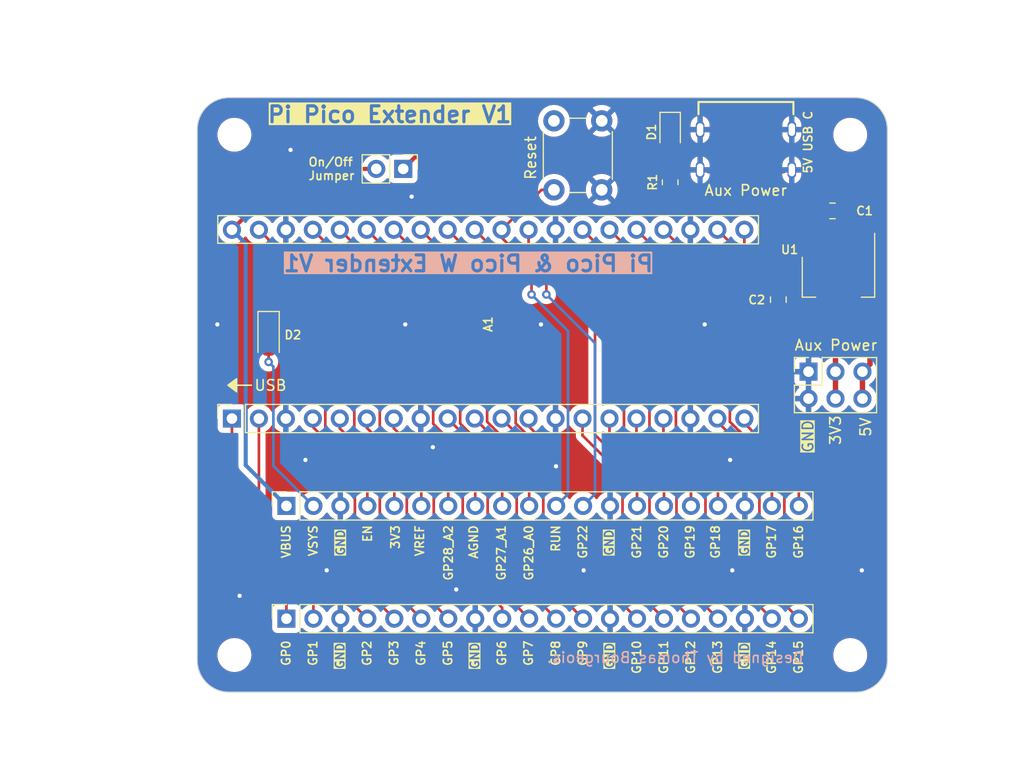
<source format=kicad_pcb>
(kicad_pcb (version 20221018) (generator pcbnew)
  (layers (0 "F.Cu" signal) (31 "B.Cu" signal) (34 "B.Paste" user) (35 "F.Paste" user) (36 "B.SilkS" user "B.Silkscreen") (37 "F.SilkS" user "F.Silkscreen") (38 "B.Mask" user) (39 "F.Mask" user) (44 "Edge.Cuts" user))
  (net 0 "")
  (net 1 "Net-(A1-GPIO0)")
  (net 2 "Net-(A1-GPIO1)")
  (net 3 "GND")
  (net 4 "Net-(A1-GPIO2)")
  (net 5 "Net-(A1-GPIO3)")
  (net 6 "Net-(A1-GPIO4)")
  (net 7 "Net-(A1-GPIO5)")
  (net 8 "Net-(A1-GPIO6)")
  (net 9 "Net-(A1-GPIO7)")
  (net 10 "Net-(A1-GPIO8)")
  (net 11 "Net-(A1-GPIO9)")
  (net 12 "Net-(A1-GPIO10)")
  (net 13 "Net-(A1-GPIO11)")
  (net 14 "Net-(A1-GPIO12)")
  (net 15 "Net-(A1-GPIO13)")
  (net 16 "Net-(A1-GPIO14)")
  (net 17 "Net-(A1-GPIO15)")
  (net 18 "Net-(A1-GPIO16)")
  (net 19 "Net-(A1-GPIO17)")
  (net 20 "Net-(A1-GPIO18)")
  (net 21 "Net-(A1-GPIO19)")
  (net 22 "Net-(A1-GPIO20)")
  (net 23 "Net-(A1-GPIO21)")
  (net 24 "Net-(A1-GPIO22)")
  (net 25 "/run")
  (net 26 "Net-(A1-GPIO26_A0)")
  (net 27 "Net-(A1-GPIO27_A1)")
  (net 28 "Net-(A1-AGND)")
  (net 29 "Net-(A1-GPIO28_A2)")
  (net 30 "Net-(A1-ADC_VREF)")
  (net 31 "/3V3")
  (net 32 "Net-(A1-3V3_EN)")
  (net 33 "Net-(A1-VSYS)")
  (net 34 "VBUS")
  (net 35 "/aux_3V3")
  (net 36 "/aux_5V")
  (net 37 "Net-(D2-A)")
  (net 38 "Net-(D1-A)")
  (net 41 "Net-(J1-VBUS_B)")
  (footprint "LED_SMD:LED_0805_2012Metric_Pad1.15x1.40mm_HandSolder" (layer "F.Cu") (at 163.55 68.525 -90)
    (fp_text reference "D1" (at 0 1.752 90) (layer "F.SilkS") (effects (font (size 0.8 0.8))))
    (fp_text value "LED")
    (fp_line (start -1.86 -0.96) (end -1.86 0.96) (stroke (width 0.12)) (layer "F.SilkS"))
    (fp_line (start -1.86 0.96) (end 1 0.96) (stroke (width 0.12)) (layer "F.SilkS"))
    (fp_line (start 1 -0.96) (end -1.86 -0.96) (stroke (width 0.12)) (layer "F.SilkS"))
    (pad "1" smd roundrect (at -1.025 0 270) (size 1.15 1.4) (layers "F.Cu" "F.Paste" "F.Mask") (roundrect_rratio 0.2173913043) (net 3 "GND"))
    (pad "2" smd roundrect (at 1.025 0 270) (size 1.15 1.4) (layers "F.Cu" "F.Paste" "F.Mask") (roundrect_rratio 0.2173913043) (net 38 "Net-(D1-A)"))
  )
  (footprint "Capacitor_SMD:C_0805_2012Metric_Pad1.18x1.45mm_HandSolder" (layer "F.Cu") (at 173.736 84.3065 -90)
    (fp_text reference "C2" (at 0.0215 2.032 -180) (layer "F.SilkS") (effects (font (size 0.8 0.8))))
    (fp_text value "22uF")
    (fp_line (start -0.261252 -0.735) (end 0.261252 -0.735) (stroke (width 0.12)) (layer "F.SilkS"))
    (fp_line (start -0.261252 0.735) (end 0.261252 0.735) (stroke (width 0.12)) (layer "F.SilkS"))
    (pad "1" smd roundrect (at -1.0375 0 270) (size 1.175 1.45) (layers "F.Cu" "F.Paste" "F.Mask") (roundrect_rratio 0.2127659574) (net 3 "GND"))
    (pad "2" smd roundrect (at 1.0375 0 270) (size 1.175 1.45) (layers "F.Cu" "F.Paste" "F.Mask") (roundrect_rratio 0.2127659574) (net 35 "/aux_3V3"))
  )
  (footprint "Resistor_SMD:R_0805_2012Metric_Pad1.20x1.40mm_HandSolder" (layer "F.Cu") (at 163.55 73.25 90)
    (fp_text reference "R1" (at 0 -1.65 90) (layer "F.SilkS") (effects (font (size 0.8 0.8))))
    (fp_text value "~300")
    (fp_line (start -0.227064 -0.735) (end 0.227064 -0.735) (stroke (width 0.12)) (layer "F.SilkS"))
    (fp_line (start -0.227064 0.735) (end 0.227064 0.735) (stroke (width 0.12)) (layer "F.SilkS"))
    (pad "1" smd roundrect (at -1 0 90) (size 1.2 1.4) (layers "F.Cu" "F.Paste" "F.Mask") (roundrect_rratio 0.2083333333) (net 41 "Net-(J1-VBUS_B)"))
    (pad "2" smd roundrect (at 1 0 90) (size 1.2 1.4) (layers "F.Cu" "F.Paste" "F.Mask") (roundrect_rratio 0.2083333333) (net 38 "Net-(D1-A)"))
  )
  (footprint "0_Thomas_Footprints:RPi_Pico Riser" (layer "F.Cu") (at 146.4056 86.614 90)
    (fp_text reference "A1" (at 0 0 90) (layer "F.SilkS") (effects (font (size 0.8 0.8))))
    (fp_text value "RPi_Pico_Riser")
    (fp_text user "USB" (at -6.35 -22.098 unlocked) (layer "F.SilkS") (effects (justify left bottom)))
    (fp_line (start -10.22 -22.86) (end -10.22 25.46) (stroke (width 0.12)) (layer "F.SilkS"))
    (fp_line (start -10.22 -22.86) (end -7.56 -22.86) (stroke (width 0.12)) (layer "F.SilkS"))
    (fp_line (start -10.22 25.46) (end -7.56 25.46) (stroke (width 0.12)) (layer "F.SilkS"))
    (fp_line (start -8.89 -25.46) (end -7.56 -25.46) (stroke (width 0.12)) (layer "F.SilkS"))
    (fp_line (start -7.56 -25.46) (end -7.56 -24.13) (stroke (width 0.12)) (layer "F.SilkS"))
    (fp_line (start -7.56 -22.86) (end -7.56 25.46) (stroke (width 0.12)) (layer "F.SilkS"))
    (fp_line (start -5.75 -22.298) (end -5.75 -23.698) (stroke (width 0.15)) (layer "F.SilkS"))
    (fp_line (start 7.56 25.46) (end 10.22 25.46) (stroke (width 0.12)) (layer "F.SilkS"))
    (fp_line (start 7.62 -25.46) (end 7.56 25.46) (stroke (width 0.12)) (layer "F.SilkS"))
    (fp_line (start 7.62 -25.46) (end 10.22 -25.46) (stroke (width 0.12)) (layer "F.SilkS"))
    (fp_line (start 10.22 -25.46) (end 10.22 -22.86) (stroke (width 0.12)) (layer "F.SilkS"))
    (fp_line (start 10.22 -22.86) (end 10.22 25.46) (stroke (width 0.12)) (layer "F.SilkS"))
    (fp_poly (pts (xy -5.15 -23.698) (xy -5.75 -24.498) (xy -6.35 -23.698)) (stroke (width 0.15)) (fill solid) (layer "F.SilkS"))
    (pad "1" thru_hole rect (at -8.89 -24.13 90) (size 1.7 1.7) (drill 1) (layers "*.Cu" "*.Mask") (net 1 "Net-(A1-GPIO0)"))
    (pad "2" thru_hole oval (at -8.89 -21.59 90) (size 1.7 1.7) (drill 1) (layers "*.Cu" "*.Mask") (net 2 "Net-(A1-GPIO1)"))
    (pad "3" thru_hole oval (at -8.89 -19.05 90) (size 1.7 1.7) (drill 1) (layers "*.Cu" "*.Mask") (net 3 "GND"))
    (pad "4" thru_hole oval (at -8.89 -16.51 90) (size 1.7 1.7) (drill 1) (layers "*.Cu" "*.Mask") (net 4 "Net-(A1-GPIO2)"))
    (pad "5" thru_hole oval (at -8.89 -13.97 90) (size 1.7 1.7) (drill 1) (layers "*.Cu" "*.Mask") (net 5 "Net-(A1-GPIO3)"))
    (pad "6" thru_hole oval (at -8.89 -11.43 90) (size 1.7 1.7) (drill 1) (layers "*.Cu" "*.Mask") (net 6 "Net-(A1-GPIO4)"))
    (pad "7" thru_hole oval (at -8.89 -8.89 90) (size 1.7 1.7) (drill 1) (layers "*.Cu" "*.Mask") (net 7 "Net-(A1-GPIO5)"))
    (pad "8" thru_hole oval (at -8.89 -6.35 90) (size 1.7 1.7) (drill 1) (layers "*.Cu" "*.Mask") (net 3 "GND"))
    (pad "9" thru_hole oval (at -8.89 -3.81 90) (size 1.7 1.7) (drill 1) (layers "*.Cu" "*.Mask") (net 8 "Net-(A1-GPIO6)"))
    (pad "10" thru_hole oval (at -8.89 -1.27 90) (size 1.7 1.7) (drill 1) (layers "*.Cu" "*.Mask") (net 9 "Net-(A1-GPIO7)"))
    (pad "11" thru_hole oval (at -8.89 1.27 90) (size 1.7 1.7) (drill 1) (layers "*.Cu" "*.Mask") (net 10 "Net-(A1-GPIO8)"))
    (pad "12" thru_hole oval (at -8.89 3.81 90) (size 1.7 1.7) (drill 1) (layers "*.Cu" "*.Mask") (net 11 "Net-(A1-GPIO9)"))
    (pad "13" thru_hole oval (at -8.89 6.35 90) (size 1.7 1.7) (drill 1) (layers "*.Cu" "*.Mask") (net 3 "GND"))
    (pad "14" thru_hole oval (at -8.89 8.89 90) (size 1.7 1.7) (drill 1) (layers "*.Cu" "*.Mask") (net 12 "Net-(A1-GPIO10)"))
    (pad "15" thru_hole oval (at -8.89 11.43 90) (size 1.7 1.7) (drill 1) (layers "*.Cu" "*.Mask") (net 13 "Net-(A1-GPIO11)"))
    (pad "16" thru_hole oval (at -8.89 13.97 90) (size 1.7 1.7) (drill 1) (layers "*.Cu" "*.Mask") (net 14 "Net-(A1-GPIO12)"))
    (pad "17" thru_hole oval (at -8.89 16.51 90) (size 1.7 1.7) (drill 1) (layers "*.Cu" "*.Mask") (net 15 "Net-(A1-GPIO13)"))
    (pad "18" thru_hole oval (at -8.89 19.05 90) (size 1.7 1.7) (drill 1) (layers "*.Cu" "*.Mask") (net 3 "GND"))
    (pad "19" thru_hole oval (at -8.89 21.59 90) (size 1.7 1.7) (drill 1) (layers "*.Cu" "*.Mask") (net 16 "Net-(A1-GPIO14)"))
    (pad "20" thru_hole oval (at -8.89 24.13 90) (size 1.7 1.7) (drill 1) (layers "*.Cu" "*.Mask") (net 17 "Net-(A1-GPIO15)"))
    (pad "21" thru_hole oval (at 8.89 24.13 90) (size 1.7 1.7) (drill 1) (layers "*.Cu" "*.Mask") (net 18 "Net-(A1-GPIO16)"))
    (pad "22" thru_hole oval (at 8.89 21.59 90) (size 1.7 1.7) (drill 1) (layers "*.Cu" "*.Mask") (net 19 "Net-(A1-GPIO17)"))
    (pad "23" thru_hole oval (at 8.89 19.05 90) (size 1.7 1.7) (drill 1) (layers "*.Cu" "*.Mask") (net 3 "GND"))
    (pad "24" thru_hole oval (at 8.89 16.51 90) (size 1.7 1.7) (drill 1) (layers "*.Cu" "*.Mask") (net 20 "Net-(A1-GPIO18)"))
    (pad "25" thru_hole oval (at 8.89 13.97 90) (size 1.7 1.7) (drill 1) (layers "*.Cu" "*.Mask") (net 21 "Net-(A1-GPIO19)"))
    (pad "26" thru_hole oval (at 8.89 11.43 90) (size 1.7 1.7) (drill 1) (layers "*.Cu" "*.Mask") (net 22 "Net-(A1-GPIO20)"))
    (pad "27" thru_hole oval (at 8.89 8.89 90) (size 1.7 1.7) (drill 1) (layers "*.Cu" "*.Mask") (net 23 "Net-(A1-GPIO21)"))
    (pad "28" thru_hole oval (at 8.89 6.35 90) (size 1.7 1.7) (drill 1) (layers "*.Cu" "*.Mask") (net 3 "GND"))
    (pad "29" thru_hole oval (at 8.89 3.81 90) (size 1.7 1.7) (drill 1) (layers "*.Cu" "*.Mask") (net 24 "Net-(A1-GPIO22)"))
    (pad "30" thru_hole oval (at 8.89 1.27 90) (size 1.7 1.7) (drill 1) (layers "*.Cu" "*.Mask") (net 25 "/run"))
    (pad "31" thru_hole oval (at 8.89 -1.27 90) (size 1.7 1.7) (drill 1) (layers "*.Cu" "*.Mask") (net 26 "Net-(A1-GPIO26_A0)"))
    (pad "32" thru_hole oval (at 8.89 -3.81 90) (size 1.7 1.7) (drill 1) (layers "*.Cu" "*.Mask") (net 27 "Net-(A1-GPIO27_A1)"))
    (pad "33" thru_hole oval (at 8.89 -6.35 90) (size 1.7 1.7) (drill 1) (layers "*.Cu" "*.Mask") (net 28 "Net-(A1-AGND)"))
    (pad "34" thru_hole oval (at 8.89 -8.89 90) (size 1.7 1.7) (drill 1) (layers "*.Cu" "*.Mask") (net 29 "Net-(A1-GPIO28_A2)"))
    (pad "35" thru_hole oval (at 8.89 -11.43 90) (size 1.7 1.7) (drill 1) (layers "*.Cu" "*.Mask") (net 30 "Net-(A1-ADC_VREF)"))
    (pad "36" thru_hole oval (at 8.89 -13.97 90) (size 1.7 1.7) (drill 1) (layers "*.Cu" "*.Mask") (net 31 "/3V3"))
    (pad "37" thru_hole oval (at 8.89 -16.51 90) (size 1.7 1.7) (drill 1) (layers "*.Cu" "*.Mask") (net 32 "Net-(A1-3V3_EN)"))
    (pad "38" thru_hole oval (at 8.89 -19.05 90) (size 1.7 1.7) (drill 1) (layers "*.Cu" "*.Mask") (net 3 "GND"))
    (pad "39" thru_hole oval (at 8.89 -21.59 90) (size 1.7 1.7) (drill 1) (layers "*.Cu" "*.Mask") (net 33 "Net-(A1-VSYS)"))
    (pad "40" thru_hole circle (at 8.89 -24.13 90) (size 1.7 1.7) (drill 1) (layers "*.Cu" "*.Mask") (net 34 "VBUS"))
  )
  (footprint "Connector_PinSocket_2.54mm:PinSocket_2x03_P2.54mm_Vertical" (layer "F.Cu") (at 176.5808 91.0844 90)
    (fp_text reference "J3" hide)
    (fp_text value "Conn_02x03_Odd_Even")
    (fp_line (start -3.87 -1.33) (end -3.87 6.41) (stroke (width 0.12)) (layer "F.SilkS"))
    (fp_line (start -3.87 -1.33) (end -1.27 -1.33) (stroke (width 0.12)) (layer "F.SilkS"))
    (fp_line (start -3.87 6.41) (end 1.33 6.41) (stroke (width 0.12)) (layer "F.SilkS"))
    (fp_line (start -1.27 -1.33) (end -1.27 1.27) (stroke (width 0.12)) (layer "F.SilkS"))
    (fp_line (start -1.27 1.27) (end 1.33 1.27) (stroke (width 0.12)) (layer "F.SilkS"))
    (fp_line (start 0 -1.33) (end 1.33 -1.33) (stroke (width 0.12)) (layer "F.SilkS"))
    (fp_line (start 1.33 -1.33) (end 1.33 0) (stroke (width 0.12)) (layer "F.SilkS"))
    (fp_line (start 1.33 1.27) (end 1.33 6.41) (stroke (width 0.12)) (layer "F.SilkS"))
    (pad "1" thru_hole rect (at 0 0 90) (size 1.7 1.7) (drill 1) (layers "*.Cu" "*.Mask") (net 3 "GND"))
    (pad "2" thru_hole oval (at -2.54 0 90) (size 1.7 1.7) (drill 1) (layers "*.Cu" "*.Mask") (net 3 "GND"))
    (pad "3" thru_hole oval (at 0 2.54 90) (size 1.7 1.7) (drill 1) (layers "*.Cu" "*.Mask") (net 35 "/aux_3V3"))
    (pad "4" thru_hole oval (at -2.54 2.54 90) (size 1.7 1.7) (drill 1) (layers "*.Cu" "*.Mask") (net 35 "/aux_3V3"))
    (pad "5" thru_hole oval (at 0 5.08 90) (size 1.7 1.7) (drill 1) (layers "*.Cu" "*.Mask") (net 36 "/aux_5V"))
    (pad "6" thru_hole oval (at -2.54 5.08 90) (size 1.7 1.7) (drill 1) (layers "*.Cu" "*.Mask") (net 36 "/aux_5V"))
  )
  (footprint "MountingHole:MountingHole_2.7mm_M2.5" (layer "F.Cu") (at 180.50932 68.77468)
    (fp_text reference "MH2" hide)
    (fp_text value "MountingHole_2.7mm_M2.5" hide)
    (pad "" np_thru_hole circle (at 0 0) (size 2.7 2.7) (drill 2.7) (layers "F&B.Cu" "*.Mask"))
  )
  (footprint "Connector_PinSocket_2.54mm:PinSocket_1x20_P2.54mm_Vertical" (layer "F.Cu") (at 127.40932 103.7336 90)
    (fp_text reference "J5" hide)
    (fp_text value "Conn_01x20")
    (fp_line (start -1.33 1.27) (end -1.33 49.59) (stroke (width 0.12)) (layer "F.SilkS"))
    (fp_line (start -1.33 1.27) (end 1.33 1.27) (stroke (width 0.12)) (layer "F.SilkS"))
    (fp_line (start -1.33 49.59) (end 1.33 49.59) (stroke (width 0.12)) (layer "F.SilkS"))
    (fp_line (start 0 -1.33) (end 1.33 -1.33) (stroke (width 0.12)) (layer "F.SilkS"))
    (fp_line (start 1.33 -1.33) (end 1.33 0) (stroke (width 0.12)) (layer "F.SilkS"))
    (fp_line (start 1.33 1.27) (end 1.33 49.59) (stroke (width 0.12)) (layer "F.SilkS"))
    (pad "1" thru_hole rect (at 0 0 90) (size 1.7 1.7) (drill 1) (layers "*.Cu" "*.Mask") (net 34 "VBUS"))
    (pad "2" thru_hole oval (at 0 2.54 90) (size 1.7 1.7) (drill 1) (layers "*.Cu" "*.Mask") (net 37 "Net-(D2-A)"))
    (pad "3" thru_hole oval (at 0 5.08 90) (size 1.7 1.7) (drill 1) (layers "*.Cu" "*.Mask") (net 3 "GND"))
    (pad "4" thru_hole oval (at 0 7.62 90) (size 1.7 1.7) (drill 1) (layers "*.Cu" "*.Mask") (net 32 "Net-(A1-3V3_EN)"))
    (pad "5" thru_hole oval (at 0 10.16 90) (size 1.7 1.7) (drill 1) (layers "*.Cu" "*.Mask") (net 31 "/3V3"))
    (pad "6" thru_hole oval (at 0 12.7 90) (size 1.7 1.7) (drill 1) (layers "*.Cu" "*.Mask") (net 30 "Net-(A1-ADC_VREF)"))
    (pad "7" thru_hole oval (at 0 15.24 90) (size 1.7 1.7) (drill 1) (layers "*.Cu" "*.Mask") (net 29 "Net-(A1-GPIO28_A2)"))
    (pad "8" thru_hole oval (at 0 17.78 90) (size 1.7 1.7) (drill 1) (layers "*.Cu" "*.Mask") (net 28 "Net-(A1-AGND)"))
    (pad "9" thru_hole oval (at 0 20.32 90) (size 1.7 1.7) (drill 1) (layers "*.Cu" "*.Mask") (net 27 "Net-(A1-GPIO27_A1)"))
    (pad "10" thru_hole oval (at 0 22.86 90) (size 1.7 1.7) (drill 1) (layers "*.Cu" "*.Mask") (net 26 "Net-(A1-GPIO26_A0)"))
    (pad "11" thru_hole oval (at 0 25.4 90) (size 1.7 1.7) (drill 1) (layers "*.Cu" "*.Mask") (net 25 "/run"))
    (pad "12" thru_hole oval (at 0 27.94 90) (size 1.7 1.7) (drill 1) (layers "*.Cu" "*.Mask") (net 24 "Net-(A1-GPIO22)"))
    (pad "13" thru_hole oval (at 0 30.48 90) (size 1.7 1.7) (drill 1) (layers "*.Cu" "*.Mask") (net 3 "GND"))
    (pad "14" thru_hole oval (at 0 33.02 90) (size 1.7 1.7) (drill 1) (layers "*.Cu" "*.Mask") (net 23 "Net-(A1-GPIO21)"))
    (pad "15" thru_hole oval (at 0 35.56 90) (size 1.7 1.7) (drill 1) (layers "*.Cu" "*.Mask") (net 22 "Net-(A1-GPIO20)"))
    (pad "16" thru_hole oval (at 0 38.1 90) (size 1.7 1.7) (drill 1) (layers "*.Cu" "*.Mask") (net 21 "Net-(A1-GPIO19)"))
    (pad "17" thru_hole oval (at 0 40.64 90) (size 1.7 1.7) (drill 1) (layers "*.Cu" "*.Mask") (net 20 "Net-(A1-GPIO18)"))
    (pad "18" thru_hole oval (at 0 43.18 90) (size 1.7 1.7) (drill 1) (layers "*.Cu" "*.Mask") (net 3 "GND"))
    (pad "19" thru_hole oval (at 0 45.72 90) (size 1.7 1.7) (drill 1) (layers "*.Cu" "*.Mask") (net 19 "Net-(A1-GPIO17)"))
    (pad "20" thru_hole oval (at 0 48.26 90) (size 1.7 1.7) (drill 1) (layers "*.Cu" "*.Mask") (net 18 "Net-(A1-GPIO16)"))
  )
  (footprint "MountingHole:MountingHole_2.7mm_M2.5" (layer "F.Cu") (at 122.50932 117.77468)
    (fp_text reference "MH3" hide)
    (fp_text value "MountingHole_2.7mm_M2.5" hide)
    (pad "" np_thru_hole circle (at 0 0) (size 2.7 2.7) (drill 2.7) (layers "F&B.Cu" "*.Mask"))
  )
  (footprint "Diode_SMD:D_SOD-123F" (layer "F.Cu") (at 125.73 87.63 -90)
    (fp_text reference "D2" (at 0 -2.286 -180) (layer "F.SilkS") (effects (font (size 0.8 0.8))))
    (fp_text value "D_Schottky, 20V 2A")
    (fp_line (start -2.21 -1) (end -2.21 1) (stroke (width 0.12)) (layer "F.SilkS"))
    (fp_line (start -2.21 -1) (end 1.65 -1) (stroke (width 0.12)) (layer "F.SilkS"))
    (fp_line (start -2.21 1) (end 1.65 1) (stroke (width 0.12)) (layer "F.SilkS"))
    (pad "1" smd roundrect (at -1.4 0 270) (size 1.1 1.1) (layers "F.Cu" "F.Paste" "F.Mask") (roundrect_rratio 0.2272727273) (net 33 "Net-(A1-VSYS)"))
    (pad "2" smd roundrect (at 1.4 0 270) (size 1.1 1.1) (layers "F.Cu" "F.Paste" "F.Mask") (roundrect_rratio 0.2272727273) (net 37 "Net-(D2-A)"))
  )
  (footprint "Connector_PinSocket_2.54mm:PinSocket_1x20_P2.54mm_Vertical" (layer "F.Cu") (at 127.40932 114.3508 90)
    (fp_text reference "J4" hide)
    (fp_text value "Conn_01x20")
    (fp_line (start -1.33 1.27) (end -1.33 49.59) (stroke (width 0.12)) (layer "F.SilkS"))
    (fp_line (start -1.33 1.27) (end 1.33 1.27) (stroke (width 0.12)) (layer "F.SilkS"))
    (fp_line (start -1.33 49.59) (end 1.33 49.59) (stroke (width 0.12)) (layer "F.SilkS"))
    (fp_line (start 0 -1.33) (end 1.33 -1.33) (stroke (width 0.12)) (layer "F.SilkS"))
    (fp_line (start 1.33 -1.33) (end 1.33 0) (stroke (width 0.12)) (layer "F.SilkS"))
    (fp_line (start 1.33 1.27) (end 1.33 49.59) (stroke (width 0.12)) (layer "F.SilkS"))
    (pad "1" thru_hole rect (at 0 0 90) (size 1.7 1.7) (drill 1) (layers "*.Cu" "*.Mask") (net 1 "Net-(A1-GPIO0)"))
    (pad "2" thru_hole oval (at 0 2.54 90) (size 1.7 1.7) (drill 1) (layers "*.Cu" "*.Mask") (net 2 "Net-(A1-GPIO1)"))
    (pad "3" thru_hole oval (at 0 5.08 90) (size 1.7 1.7) (drill 1) (layers "*.Cu" "*.Mask") (net 3 "GND"))
    (pad "4" thru_hole oval (at 0 7.62 90) (size 1.7 1.7) (drill 1) (layers "*.Cu" "*.Mask") (net 4 "Net-(A1-GPIO2)"))
    (pad "5" thru_hole oval (at 0 10.16 90) (size 1.7 1.7) (drill 1) (layers "*.Cu" "*.Mask") (net 5 "Net-(A1-GPIO3)"))
    (pad "6" thru_hole oval (at 0 12.7 90) (size 1.7 1.7) (drill 1) (layers "*.Cu" "*.Mask") (net 6 "Net-(A1-GPIO4)"))
    (pad "7" thru_hole oval (at 0 15.24 90) (size 1.7 1.7) (drill 1) (layers "*.Cu" "*.Mask") (net 7 "Net-(A1-GPIO5)"))
    (pad "8" thru_hole oval (at 0 17.78 90) (size 1.7 1.7) (drill 1) (layers "*.Cu" "*.Mask") (net 3 "GND"))
    (pad "9" thru_hole oval (at 0 20.32 90) (size 1.7 1.7) (drill 1) (layers "*.Cu" "*.Mask") (net 8 "Net-(A1-GPIO6)"))
    (pad "10" thru_hole oval (at 0 22.86 90) (size 1.7 1.7) (drill 1) (layers "*.Cu" "*.Mask") (net 9 "Net-(A1-GPIO7)"))
    (pad "11" thru_hole oval (at 0 25.4 90) (size 1.7 1.7) (drill 1) (layers "*.Cu" "*.Mask") (net 10 "Net-(A1-GPIO8)"))
    (pad "12" thru_hole oval (at 0 27.94 90) (size 1.7 1.7) (drill 1) (layers "*.Cu" "*.Mask") (net 11 "Net-(A1-GPIO9)"))
    (pad "13" thru_hole oval (at 0 30.48 90) (size 1.7 1.7) (drill 1) (layers "*.Cu" "*.Mask") (net 3 "GND"))
    (pad "14" thru_hole oval (at 0 33.02 90) (size 1.7 1.7) (drill 1) (layers "*.Cu" "*.Mask") (net 12 "Net-(A1-GPIO10)"))
    (pad "15" thru_hole oval (at 0 35.56 90) (size 1.7 1.7) (drill 1) (layers "*.Cu" "*.Mask") (net 13 "Net-(A1-GPIO11)"))
    (pad "16" thru_hole oval (at 0 38.1 90) (size 1.7 1.7) (drill 1) (layers "*.Cu" "*.Mask") (net 14 "Net-(A1-GPIO12)"))
    (pad "17" thru_hole oval (at 0 40.64 90) (size 1.7 1.7) (drill 1) (layers "*.Cu" "*.Mask") (net 15 "Net-(A1-GPIO13)"))
    (pad "18" thru_hole oval (at 0 43.18 90) (size 1.7 1.7) (drill 1) (layers "*.Cu" "*.Mask") (net 3 "GND"))
    (pad "19" thru_hole oval (at 0 45.72 90) (size 1.7 1.7) (drill 1) (layers "*.Cu" "*.Mask") (net 16 "Net-(A1-GPIO14)"))
    (pad "20" thru_hole oval (at 0 48.26 90) (size 1.7 1.7) (drill 1) (layers "*.Cu" "*.Mask") (net 17 "Net-(A1-GPIO15)"))
  )
  (footprint "Connector_PinHeader_2.54mm:PinHeader_1x02_P2.54mm_Vertical" (layer "F.Cu") (at 138.41 71.98925 -90)
    (fp_text reference "J2" hide)
    (fp_text value "Conn_01x02" hide)
    (fp_line (start -1.33 -1.33) (end 0 -1.33) (stroke (width 0.12)) (layer "F.SilkS"))
    (fp_line (start -1.33 0) (end -1.33 -1.33) (stroke (width 0.12)) (layer "F.SilkS"))
    (fp_line (start -1.33 1.27) (end -1.33 3.87) (stroke (width 0.12)) (layer "F.SilkS"))
    (fp_line (start -1.33 1.27) (end 1.33 1.27) (stroke (width 0.12)) (layer "F.SilkS"))
    (fp_line (start -1.33 3.87) (end 1.33 3.87) (stroke (width 0.12)) (layer "F.SilkS"))
    (fp_line (start 1.33 1.27) (end 1.33 3.87) (stroke (width 0.12)) (layer "F.SilkS"))
    (pad "1" thru_hole rect (at 0 0 270) (size 1.7 1.7) (drill 1) (layers "*.Cu" "*.Mask") (net 41 "Net-(J1-VBUS_B)"))
    (pad "2" thru_hole oval (at 0 2.54 270) (size 1.7 1.7) (drill 1) (layers "*.Cu" "*.Mask") (net 34 "VBUS"))
  )
  (footprint "0_Thomas_Footprints:GCT_USB4125-GF-A_REVA2" (layer "F.Cu") (at 170.688 69.088)
    (fp_text reference "J1" hide)
    (fp_text value "USBc")
    (fp_line (start -4.47 -3.4) (end 4.47 -3.4) (stroke (width 0.2)) (layer "F.SilkS"))
    (fp_line (start -4.47 -2.25) (end -4.47 -3.4) (stroke (width 0.2)) (layer "F.SilkS"))
    (fp_line (start 4.47 -3.4) (end 4.47 -2.25) (stroke (width 0.2)) (layer "F.SilkS"))
    (pad "A5" smd rect (at -0.5 3.08) (size 0.7 1.2) (layers "F.Cu" "F.Paste" "F.Mask"))
    (pad "A9" smd rect (at 1.52 3.08) (size 0.76 1.2) (layers "F.Cu" "F.Paste" "F.Mask") (net 36 "/aux_5V"))
    (pad "A12" smd rect (at 2.75 3.08) (size 0.8 1.2) (layers "F.Cu" "F.Paste" "F.Mask") (net 3 "GND"))
    (pad "B5" smd rect (at 0.5 3.08) (size 0.7 1.2) (layers "F.Cu" "F.Paste" "F.Mask"))
    (pad "B9" smd rect (at -1.52 3.08) (size 0.76 1.2) (layers "F.Cu" "F.Paste" "F.Mask") (net 41 "Net-(J1-VBUS_B)"))
    (pad "B12" smd rect (at -2.75 3.08) (size 0.8 1.2) (layers "F.Cu" "F.Paste" "F.Mask") (net 3 "GND"))
    (pad "S1" thru_hole oval (at -4.32 3) (size 0.8 1.6) (drill oval 0.6 1.2) (layers "*.Cu" "*.Mask") (net 3 "GND"))
    (pad "S2" thru_hole oval (at 4.32 3) (size 0.8 1.6) (drill oval 0.6 1.2) (layers "*.Cu" "*.Mask") (net 3 "GND"))
    (pad "S3" thru_hole oval (at -4.32 -0.8) (size 0.8 1.6) (drill oval 0.6 1.2) (layers "*.Cu" "*.Mask") (net 3 "GND"))
    (pad "S4" thru_hole oval (at 4.32 -0.8) (size 0.8 1.6) (drill oval 0.6 1.2) (layers "*.Cu" "*.Mask") (net 3 "GND"))
  )
  (footprint "Package_TO_SOT_SMD:SOT-223-3_TabPin2" (layer "F.Cu") (at 179.4 82.1625 -90)
    (fp_text reference "U1" (at -2.5625 4.6 -180) (layer "F.SilkS") (effects (font (size 0.8 0.8))))
    (fp_text value "AZ1117-3.3")
    (fp_line (start -4.1 -3.41) (end 1.91 -3.41) (stroke (width 0.12)) (layer "F.SilkS"))
    (fp_line (start -1.85 3.41) (end 1.91 3.41) (stroke (width 0.12)) (layer "F.SilkS"))
    (fp_line (start 1.91 -3.41) (end 1.91 -2.15) (stroke (width 0.12)) (layer "F.SilkS"))
    (fp_line (start 1.91 3.41) (end 1.91 2.15) (stroke (width 0.12)) (layer "F.SilkS"))
    (pad "1" smd rect (at -3.15 -2.3 270) (size 2 1.5) (layers "F.Cu" "F.Paste" "F.Mask") (net 3 "GND"))
    (pad "2" smd rect (at -3.15 0 270) (size 2 1.5) (layers "F.Cu" "F.Paste" "F.Mask") (net 35 "/aux_3V3"))
    (pad "2" smd rect (at 3.15 0 270) (size 2 3.8) (layers "F.Cu" "F.Paste" "F.Mask") (net 35 "/aux_3V3"))
    (pad "3" smd rect (at -3.15 2.3 270) (size 2 1.5) (layers "F.Cu" "F.Paste" "F.Mask") (net 36 "/aux_5V"))
  )
  (footprint "Capacitor_SMD:C_0805_2012Metric_Pad1.18x1.45mm_HandSolder" (layer "F.Cu") (at 178.8375 75.946 180)
    (fp_text reference "C1" (at -3.0265 0 180) (layer "F.SilkS") (effects (font (size 0.8 0.8))))
    (fp_text value "10uF")
    (fp_line (start -0.261252 -0.735) (end 0.261252 -0.735) (stroke (width 0.12)) (layer "F.SilkS"))
    (fp_line (start -0.261252 0.735) (end 0.261252 0.735) (stroke (width 0.12)) (layer "F.SilkS"))
    (pad "1" smd roundrect (at -1.0375 0 180) (size 1.175 1.45) (layers "F.Cu" "F.Paste" "F.Mask") (roundrect_rratio 0.2127659574) (net 3 "GND"))
    (pad "2" smd roundrect (at 1.0375 0 180) (size 1.175 1.45) (layers "F.Cu" "F.Paste" "F.Mask") (roundrect_rratio 0.2127659574) (net 36 "/aux_5V"))
  )
  (footprint "Button_Switch_THT:SW_PUSH_6mm" (layer "F.Cu") (at 157.1032 67.4648 -90)
    (fp_text reference "SW1" hide)
    (fp_text value "Momentary_Button_4pin" hide)
    (fp_line (start -0.25 1.5) (end -0.25 3) (stroke (width 0.12)) (layer "F.SilkS"))
    (fp_line (start 1 5.5) (end 5.5 5.5) (stroke (width 0.12)) (layer "F.SilkS"))
    (fp_line (start 5.5 -1) (end 1 -1) (stroke (width 0.12)) (layer "F.SilkS"))
    (fp_line (start 6.75 3) (end 6.75 1.5) (stroke (width 0.12)) (layer "F.SilkS"))
    (pad "1" thru_hole circle (at 0 0) (size 2 2) (drill 1.1) (layers "*.Cu" "*.Mask") (net 3 "GND"))
    (pad "1" thru_hole circle (at 6.5 0) (size 2 2) (drill 1.1) (layers "*.Cu" "*.Mask") (net 3 "GND"))
    (pad "2" thru_hole circle (at 0 4.5) (size 2 2) (drill 1.1) (layers "*.Cu" "*.Mask") (net 25 "/run"))
    (pad "2" thru_hole circle (at 6.5 4.5) (size 2 2) (drill 1.1) (layers "*.Cu" "*.Mask") (net 25 "/run"))
  )
  (footprint "MountingHole:MountingHole_2.7mm_M2.5" (layer "F.Cu") (at 122.50932 68.77468)
    (fp_text reference "MH1" hide)
    (fp_text value "MountingHole_2.7mm_M2.5" hide)
    (pad "" np_thru_hole circle (at 0 0) (size 2.7 2.7) (drill 2.7) (layers "F&B.Cu" "*.Mask"))
  )
  (footprint "MountingHole:MountingHole_2.7mm_M2.5" (layer "F.Cu") (at 180.50932 117.77468)
    (fp_text reference "MH4" hide)
    (fp_text value "MountingHole_2.7mm_M2.5" hide)
    (pad "" np_thru_hole circle (at 0 0) (size 2.7 2.7) (drill 2.7) (layers "F&B.Cu" "*.Mask"))
  )
  (gr_arc locked (start 181.00932 65.27468) (mid 183.130634 66.153366) (end 184.00932 68.27468) (stroke (width 0.1)) (layer "Edge.Cuts"))
  (gr_line locked (start 181.00932 65.27468) (end 122.00932 65.27468) (stroke (width 0.1)) (layer "Edge.Cuts"))
  (gr_line locked (start 184.00932 118.27468) (end 184.00932 68.27468) (stroke (width 0.1)) (layer "Edge.Cuts"))
  (gr_arc locked (start 119.00932 68.27468) (mid 119.888 66.15336) (end 122.00932 65.27468) (stroke (width 0.1)) (layer "Edge.Cuts"))
  (gr_arc locked (start 184.00932 118.27468) (mid 183.130649 120.39602) (end 181.00932 121.27468) (stroke (width 0.1)) (layer "Edge.Cuts"))
  (gr_arc locked (start 122.00932 121.27468) (mid 119.888 120.396) (end 119.00932 118.27468) (stroke (width 0.1)) (layer "Edge.Cuts"))
  (gr_line locked (start 122.00932 121.27468) (end 181.00932 121.27468) (stroke (width 0.1)) (layer "Edge.Cuts"))
  (gr_line locked (start 119.00932 68.27468) (end 119.00932 118.27468) (stroke (width 0.1)) (layer "Edge.Cuts"))
  (gr_text "Designed by Thomas Bourgeois." (at 176.2 118.6) (layer "B.SilkS") (effects (font (size 1 1)) (justify left bottom mirror)))
  (gr_text "Pi Pico & Pico W Extender V1" (at 162.104172 81.788) (layer "B.SilkS" knockout) (effects (font (size 1.5 1.5) (thickness 0.3) bold) (justify left bottom mirror)))
  (gr_text "On/Off\nJumper" (at 129.4 73.1) (layer "F.SilkS") (effects (font (size 0.8 0.8)) (justify left bottom)))
  (gr_text "GP21" (at 160.39592 107.124628 90) (layer "F.SilkS") (effects (font (size 0.8 0.8))))
  (gr_text "GP27_A1" (at 147.64512 108.1532 90) (layer "F.SilkS") (effects (font (size 0.8 0.8))))
  (gr_text "GP17" (at 173.09592 107.124628 90) (layer "F.SilkS") (effects (font (size 0.8 0.8))))
  (gr_text "GP28_A2" (at 142.66672 108.1532 90) (layer "F.SilkS") (effects (font (size 0.8 0.8))))
  (gr_text "5V USB C" (at 177 72.5 90) (layer "F.SilkS") (effects (font (size 0.8 0.8)) (justify left bottom)))
  (gr_text "GND" (at 157.8564 117.856 90) (layer "F.SilkS" knockout) (effects (font (size 0.8 0.8))))
  (gr_text "GP20" (at 162.93592 107.124628 90) (layer "F.SilkS") (effects (font (size 0.8 0.8))))
  (gr_text "GND" (at 132.51012 107.188 90) (layer "F.SilkS" knockout) (effects (font (size 0.8 0.8))))
  (gr_text "GP11" (at 162.9364 117.982952 90) (layer "F.SilkS") (effects (font (size 0.8 0.8))))
  (gr_text "GP2" (at 134.9964 117.602 90) (layer "F.SilkS") (effects (font (size 0.8 0.8))))
  (gr_text "VSYS" (at 129.92272 107.010342 90) (layer "F.SilkS") (effects (font (size 0.8 0.8))))
  (gr_text "GND" (at 145.1564 117.856 90) (layer "F.SilkS" knockout) (effects (font (size 0.8 0.8))))
  (gr_text "Pi Pico Extender V1" (at 125.5 67.75) (layer "F.SilkS" knockout) (effects (font (size 1.5 1.5) (thickness 0.3) bold) (justify left bottom)))
  (gr_text "GP9" (at 155.3164 117.602 90) (layer "F.SilkS") (effects (font (size 0.8 0.8))))
  (gr_text "Reset" (at 151 73.1 90) (layer "F.SilkS") (effects (font (size 1 1)) (justify left bottom)))
  (gr_text "GP15" (at 175.6364 117.982952 90) (layer "F.SilkS") (effects (font (size 0.8 0.8))))
  (gr_text "Aux Power" (at 166.694047 74.6) (layer "F.SilkS") (effects (font (size 1 1)) (justify left bottom)))
  (gr_text "GND" (at 170.55592 107.188 90) (layer "F.SilkS" knockout) (effects (font (size 0.8 0.8))))
  (gr_text "GND" (at 170.5564 117.856 90) (layer "F.SilkS" knockout) (effects (font (size 0.8 0.8))))
  (gr_text "GP22" (at 155.31592 107.124628 90) (layer "F.SilkS") (effects (font (size 0.8 0.8))))
  (gr_text "3V3" (at 179.705 98.076229 90) (layer "F.SilkS") (effects (font (size 1 1)) (justify left bottom)))
  (gr_text "RUN" (at 152.77932 106.800818 90) (layer "F.SilkS") (effects (font (size 0.8 0.8))))
  (gr_text "VREF" (at 139.95932 107.010342 90) (layer "F.SilkS") (effects (font (size 0.8 0.8))))
  (gr_text "Aux Power" (at 175.1838 89.1794) (layer "F.SilkS") (effects (font (size 1 1)) (justify left bottom)))
  (gr_text "GP4" (at 140.0764 117.602 90) (layer "F.SilkS") (effects (font (size 0.8 0.8))))
  (gr_text "GND" (at 177.1142 98.806 90) (layer "F.SilkS" knockout) (effects (font (size 1 1)) (justify left bottom)))
  (gr_text "GP1" (at 129.9064 117.602 90) (layer "F.SilkS") (effects (font (size 0.8 0.8))))
  (gr_text "GP10" (at 160.3964 117.982952 90) (layer "F.SilkS") (effects (font (size 0.8 0.8))))
  (gr_text "GP7" (at 150.2064 117.602 90) (layer "F.SilkS") (effects (font (size 0.8 0.8))))
  (gr_text "GP14" (at 173.0964 117.982952 90) (layer "F.SilkS") (effects (font (size 0.8 0.8))))
  (gr_text "GP26_A0" (at 150.23592 108.1532 90) (layer "F.SilkS") (effects (font (size 0.8 0.8))))
  (gr_text "GP0" (at 127.3764 117.602 90) (layer "F.SilkS") (effects (font (size 0.8 0.8))))
  (gr_text "EN" (at 135.05 106.343676 90) (layer "F.SilkS") (effects (font (size 0.8 0.8))))
  (gr_text "GP5" (at 142.6164 117.602 90) (layer "F.SilkS") (effects (font (size 0.8 0.8))))
  (gr_text "GP13" (at 168.0164 117.982952 90) (layer "F.SilkS") (effects (font (size 0.8 0.8))))
  (gr_text "5V" (at 182.5498 97.314229 90) (layer "F.SilkS") (effects (font (size 1 1)) (justify left bottom)))
  (gr_text "VBUS" (at 127.37932 107.10558 90) (layer "F.SilkS") (effects (font (size 0.8 0.8))))
  (gr_text "GP6" (at 147.6964 117.602 90) (layer "F.SilkS") (effects (font (size 0.8 0.8))))
  (gr_text "GP19" (at 165.42512 107.124628 90) (layer "F.SilkS") (effects (font (size 0.8 0.8))))
  (gr_text "GP16" (at 175.63932 107.124628 90) (layer "F.SilkS") (effects (font (size 0.8 0.8))))
  (gr_text "GND" (at 157.80512 107.188 90) (layer "F.SilkS" knockout) (effects (font (size 0.8 0.8))))
  (gr_text "GP18" (at 167.81272 107.124628 90) (layer "F.SilkS") (effects (font (size 0.8 0.8))))
  (gr_text "GND" (at 132.4564 117.856 90) (layer "F.SilkS" knockout) (effects (font (size 0.8 0.8))))
  (gr_text "GP12" (at 165.4764 117.982952 90) (layer "F.SilkS") (effects (font (size 0.8 0.8))))
  (gr_text "AGND" (at 145.03932 107.124628 90) (layer "F.SilkS") (effects (font (size 0.8 0.8))))
  (gr_text "GP8" (at 152.7764 117.602 90) (layer "F.SilkS") (effects (font (size 0.8 0.8))))
  (gr_text "GP3" (at 137.5364 117.602 90) (layer "F.SilkS") (effects (font (size 0.8 0.8))))
  (gr_text "3V3" (at 137.67332 106.667485 90) (layer "F.SilkS") (effects (font (size 0.8 0.8))))
  (segment (start 127.40932 112.80932) (end 122.2756 107.6756) (width 0.25) (layer "F.Cu") (net 1))
  (segment (start 122.2756 107.6756) (end 122.2756 95.504) (width 0.25) (layer "F.Cu") (net 1))
  (segment (start 127.40932 114.3508) (end 127.40932 112.80932) (width 0.25) (layer "F.Cu") (net 1))
  (segment (start 129.94932 112.74932) (end 124.8156 107.6156) (width 0.25) (layer "F.Cu") (net 2))
  (segment (start 129.94932 114.3508) (end 129.94932 112.74932) (width 0.25) (layer "F.Cu") (net 2))
  (segment (start 124.8156 107.6156) (end 124.8156 95.504) (width 0.25) (layer "F.Cu") (net 2))
  (via (at 127.8 70.2) (size 0.8) (drill 0.4) (layers "F.Cu" "B.Cu") (net 3))
  (via (at 166.8 86.639) (size 0.8) (drill 0.4) (layers "F.Cu" "B.Cu") (net 3))
  (via (at 155.4 109.8) (size 0.8) (drill 0.4) (layers "F.Cu" "B.Cu") (net 3))
  (via (at 141.2 98.2) (size 0.8) (drill 0.4) (layers "F.Cu" "B.Cu") (net 3))
  (via (at 120.904 86.639) (size 0.8) (drill 0.4) (layers "F.Cu" "B.Cu") (net 3))
  (via (at 169.2 99.4) (size 0.8) (drill 0.4) (layers "F.Cu" "B.Cu") (net 3))
  (via (at 131.2 109.8) (size 0.8) (drill 0.4) (layers "F.Cu" "B.Cu") (net 3))
  (via (at 181.6 109.8) (size 0.8) (drill 0.4) (layers "F.Cu" "B.Cu") (net 3))
  (via (at 138.6 86.639) (size 0.8) (drill 0.4) (layers "F.Cu" "B.Cu") (net 3))
  (via (at 143.4 111.6) (size 0.8) (drill 0.4) (layers "F.Cu" "B.Cu") (net 3))
  (via (at 139.2 74.6) (size 0.8) (drill 0.4) (layers "F.Cu" "B.Cu") (net 3))
  (via (at 169.4 109.8) (size 0.8) (drill 0.4) (layers "F.Cu" "B.Cu") (net 3))
  (via (at 123 112.2) (size 0.8) (drill 0.4) (layers "F.Cu" "B.Cu") (net 3))
  (via (at 129.2 99.4) (size 0.8) (drill 0.4) (layers "F.Cu" "B.Cu") (net 3))
  (via (at 151.384 86.639) (size 0.8) (drill 0.4) (layers "F.Cu" "B.Cu") (net 3))
  (via (at 152.8 100) (size 0.8) (drill 0.4) (layers "F.Cu" "B.Cu") (net 3))
  (segment (start 133.85432 113.1758) (end 133.85432 100.25432) (width 0.25) (layer "F.Cu") (net 4))
  (segment (start 133.85432 100.25432) (end 129.8956 96.2956) (width 0.25) (layer "F.Cu") (net 4))
  (segment (start 135.02932 114.3508) (end 133.85432 113.1758) (width 0.25) (layer "F.Cu") (net 4))
  (segment (start 129.8956 96.2956) (end 129.8956 95.504) (width 0.25) (layer "F.Cu") (net 4))
  (segment (start 137.56932 114.3508) (end 136.20432 112.9858) (width 0.25) (layer "F.Cu") (net 5))
  (segment (start 136.20432 100.20432) (end 132.4356 96.4356) (width 0.25) (layer "F.Cu") (net 5))
  (segment (start 132.4356 96.4356) (end 132.4356 95.504) (width 0.25) (layer "F.Cu") (net 5))
  (segment (start 136.20432 112.9858) (end 136.20432 100.20432) (width 0.25) (layer "F.Cu") (net 5))
  (segment (start 138.74432 112.9858) (end 138.74432 100.14432) (width 0.25) (layer "F.Cu") (net 6))
  (segment (start 134.9756 96.3756) (end 134.9756 95.504) (width 0.25) (layer "F.Cu") (net 6))
  (segment (start 140.10932 114.3508) (end 138.74432 112.9858) (width 0.25) (layer "F.Cu") (net 6))
  (segment (start 138.74432 100.14432) (end 134.9756 96.3756) (width 0.25) (layer "F.Cu") (net 6))
  (segment (start 137.5156 95.504) (end 137.5156 96.4156) (width 0.25) (layer "F.Cu") (net 7))
  (segment (start 137.5156 96.4156) (end 141.28432 100.18432) (width 0.25) (layer "F.Cu") (net 7))
  (segment (start 141.28432 100.18432) (end 141.28432 112.9858) (width 0.25) (layer "F.Cu") (net 7))
  (segment (start 141.28432 112.9858) (end 142.64932 114.3508) (width 0.25) (layer "F.Cu") (net 7))
  (segment (start 147.72932 114.3508) (end 147.72932 113.32932) (width 0.25) (layer "F.Cu") (net 8))
  (segment (start 144.01432 96.92272) (end 142.5956 95.504) (width 0.25) (layer "F.Cu") (net 8))
  (segment (start 144.01432 109.61432) (end 144.01432 96.92272) (width 0.25) (layer "F.Cu") (net 8))
  (segment (start 147.72932 113.32932) (end 144.01432 109.61432) (width 0.25) (layer "F.Cu") (net 8))
  (segment (start 150.26932 114.3508) (end 146.36432 110.4458) (width 0.25) (layer "F.Cu") (net 9))
  (segment (start 146.36432 96.73272) (end 145.1356 95.504) (width 0.25) (layer "F.Cu") (net 9))
  (segment (start 146.36432 110.4458) (end 146.36432 96.73272) (width 0.25) (layer "F.Cu") (net 9))
  (segment (start 152.80932 114.3508) (end 149.09432 110.6358) (width 0.25) (layer "F.Cu") (net 10))
  (segment (start 149.09432 96.92272) (end 147.6756 95.504) (width 0.25) (layer "F.Cu") (net 10))
  (segment (start 149.09432 110.6358) (end 149.09432 96.92272) (width 0.25) (layer "F.Cu") (net 10))
  (segment (start 151.6 97.6) (end 150.2156 96.2156) (width 0.25) (layer "F.Cu") (net 11))
  (segment (start 155.34932 114.3508) (end 151.6 110.60148) (width 0.25) (layer "F.Cu") (net 11))
  (segment (start 151.6 110.60148) (end 151.6 97.6) (width 0.25) (layer "F.Cu") (net 11))
  (segment (start 150.2156 96.2156) (end 150.2156 95.504) (width 0.25) (layer "F.Cu") (net 11))
  (segment (start 155.2956 97.0956) (end 155.2956 95.504) (width 0.25) (layer "F.Cu") (net 12))
  (segment (start 160.42932 114.3508) (end 159.06432 112.9858) (width 0.25) (layer "F.Cu") (net 12))
  (segment (start 159.06432 112.9858) (end 159.06432 100.86432) (width 0.25) (layer "F.Cu") (net 12))
  (segment (start 159.06432 100.86432) (end 155.2956 97.0956) (width 0.25) (layer "F.Cu") (net 12))
  (segment (start 157.8356 97.0356) (end 161.60432 100.80432) (width 0.25) (layer "F.Cu") (net 13))
  (segment (start 157.8356 95.504) (end 157.8356 97.0356) (width 0.25) (layer "F.Cu") (net 13))
  (segment (start 161.60432 112.9858) (end 162.96932 114.3508) (width 0.25) (layer "F.Cu") (net 13))
  (segment (start 161.60432 100.80432) (end 161.60432 112.9858) (width 0.25) (layer "F.Cu") (net 13))
  (segment (start 164.14432 100.94432) (end 160.3756 97.1756) (width 0.25) (layer "F.Cu") (net 14))
  (segment (start 160.3756 97.1756) (end 160.3756 95.504) (width 0.25) (layer "F.Cu") (net 14))
  (segment (start 164.14432 112.9858) (end 164.14432 100.94432) (width 0.25) (layer "F.Cu") (net 14))
  (segment (start 165.50932 114.3508) (end 164.14432 112.9858) (width 0.25) (layer "F.Cu") (net 14))
  (segment (start 162.9156 97.1156) (end 162.9156 95.504) (width 0.25) (layer "F.Cu") (net 15))
  (segment (start 166.87432 113.1758) (end 166.87432 101.07432) (width 0.25) (layer "F.Cu") (net 15))
  (segment (start 166.87432 101.07432) (end 162.9156 97.1156) (width 0.25) (layer "F.Cu") (net 15))
  (segment (start 168.04932 114.3508) (end 166.87432 113.1758) (width 0.25) (layer "F.Cu") (net 15))
  (segment (start 173.12932 114.3508) (end 171.95432 113.1758) (width 0.25) (layer "F.Cu") (net 16))
  (segment (start 167.9956 95.7956) (end 167.9956 95.504) (width 0.25) (layer "F.Cu") (net 16))
  (segment (start 171.95432 99.75432) (end 167.9956 95.7956) (width 0.25) (layer "F.Cu") (net 16))
  (segment (start 171.95432 113.1758) (end 171.95432 99.75432) (width 0.25) (layer "F.Cu") (net 16))
  (segment (start 174.30432 112.9858) (end 174.30432 99.70432) (width 0.25) (layer "F.Cu") (net 17))
  (segment (start 175.66932 114.3508) (end 174.30432 112.9858) (width 0.25) (layer "F.Cu") (net 17))
  (segment (start 174.30432 99.70432) (end 170.5356 95.9356) (width 0.25) (layer "F.Cu") (net 17))
  (segment (start 170.5356 95.9356) (end 170.5356 95.504) (width 0.25) (layer "F.Cu") (net 17))
  (segment (start 175.66932 98.26932) (end 170.5356 93.1356) (width 0.25) (layer "F.Cu") (net 18))
  (segment (start 170.5356 93.1356) (end 170.5356 77.724) (width 0.25) (layer "F.Cu") (net 18))
  (segment (start 175.66932 103.7336) (end 175.66932 98.26932) (width 0.25) (layer "F.Cu") (net 18))
  (segment (start 173.12932 99.72932) (end 170.079 96.679) (width 0.25) (layer "F.Cu") (net 19))
  (segment (start 170.079 96.679) (end 170.048899 96.679) (width 0.25) (layer "F.Cu") (net 19))
  (segment (start 170.048899 96.679) (end 169.1706 95.800701) (width 0.25) (layer "F.Cu") (net 19))
  (segment (start 173.12932 103.7336) (end 173.12932 99.72932) (width 0.25) (layer "F.Cu") (net 19))
  (segment (start 169.1706 95.800701) (end 169.1706 78.899) (width 0.25) (layer "F.Cu") (net 19))
  (segment (start 169.1706 78.899) (end 167.9956 77.724) (width 0.25) (layer "F.Cu") (net 19))
  (segment (start 164.0906 97.054204) (end 164.0906 78.899) (width 0.25) (layer "F.Cu") (net 20))
  (segment (start 164.0906 78.899) (end 162.9156 77.724) (width 0.25) (layer "F.Cu") (net 20))
  (segment (start 168.04932 103.7336) (end 168.04932 101.012924) (width 0.25) (layer "F.Cu") (net 20))
  (segment (start 168.04932 101.012924) (end 164.0906 97.054204) (width 0.25) (layer "F.Cu") (net 20))
  (segment (start 161.6 97) (end 161.6 78.9484) (width 0.25) (layer "F.Cu") (net 21))
  (segment (start 161.6 78.9484) (end 160.3756 77.724) (width 0.25) (layer "F.Cu") (net 21))
  (segment (start 165.50932 100.90932) (end 161.6 97) (width 0.25) (layer "F.Cu") (net 21))
  (segment (start 165.50932 103.7336) (end 165.50932 100.90932) (width 0.25) (layer "F.Cu") (net 21))
  (segment (start 159.2 79.0884) (end 157.8356 77.724) (width 0.25) (layer "F.Cu") (net 22))
  (segment (start 162.96932 103.7336) (end 162.96932 100.96932) (width 0.25) (layer "F.Cu") (net 22))
  (segment (start 162.96932 100.96932) (end 159.2 97.2) (width 0.25) (layer "F.Cu") (net 22))
  (segment (start 159.2 97.2) (end 159.2 79.0884) (width 0.25) (layer "F.Cu") (net 22))
  (segment (start 156.464 78.8924) (end 155.2956 77.724) (width 0.25) (layer "F.Cu") (net 23))
  (segment (start 156.4706 97.0346) (end 156.4706 80.2706) (width 0.25) (layer "F.Cu") (net 23))
  (segment (start 160.42932 103.7336) (end 160.42932 100.99332) (width 0.25) (layer "F.Cu") (net 23))
  (segment (start 156.4706 80.2706) (end 156.464 80.264) (width 0.25) (layer "F.Cu") (net 23))
  (segment (start 156.464 80.264) (end 156.464 78.8924) (width 0.25) (layer "F.Cu") (net 23))
  (segment (start 160.42932 100.99332) (end 156.4706 97.0346) (width 0.25) (layer "F.Cu") (net 23))
  (segment (start 151.892 80.692) (end 150.2156 79.0156) (width 0.25) (layer "F.Cu") (net 24))
  (segment (start 151.892 83.82) (end 151.892 80.692) (width 0.25) (layer "F.Cu") (net 24))
  (segment (start 150.2156 79.0156) (end 150.2156 77.724) (width 0.25) (layer "F.Cu") (net 24))
  (via (at 151.892 83.82) (size 0.8) (drill 0.4) (layers "F.Cu" "B.Cu") (net 24))
  (segment (start 156.4706 88.3986) (end 156.4706 102.61232) (width 0.25) (layer "B.Cu") (net 24))
  (segment (start 151.892 83.82) (end 156.4706 88.3986) (width 0.25) (layer "B.Cu") (net 24))
  (segment (start 156.4706 102.61232) (end 155.34932 103.7336) (width 0.25) (layer "B.Cu") (net 24))
  (segment (start 150.495 83.82) (end 150.495 81.28) (width 0.25) (layer "F.Cu") (net 25))
  (segment (start 147.6756 78.4606) (end 147.6756 77.724) (width 0.25) (layer "F.Cu") (net 25))
  (segment (start 150.495 81.28) (end 147.6756 78.4606) (width 0.25) (layer "F.Cu") (net 25))
  (segment (start 151.4348 73.9648) (end 152.6032 73.9648) (width 0.25) (layer "F.Cu") (net 25))
  (segment (start 147.6756 77.724) (end 151.4348 73.9648) (width 0.25) (layer "F.Cu") (net 25))
  (via (at 150.495 83.82) (size 0.8) (drill 0.4) (layers "F.Cu" "B.Cu") (net 25))
  (segment (start 153.9306 87.2556) (end 150.495 83.82) (width 0.25) (layer "B.Cu") (net 25))
  (segment (start 152.80932 103.7336) (end 153.9306 102.61232) (width 0.25) (layer "B.Cu") (net 25))
  (segment (start 153.9306 102.61232) (end 153.9306 87.2556) (width 0.25) (layer "B.Cu") (net 25))
  (segment (start 149 81.5884) (end 145.1356 77.724) (width 0.25) (layer "F.Cu") (net 26))
  (segment (start 149 95.950101) (end 149 81.5884) (width 0.25) (layer "F.Cu") (net 26))
  (segment (start 150.26932 97.219421) (end 149 95.950101) (width 0.25) (layer "F.Cu") (net 26))
  (segment (start 150.26932 103.7336) (end 150.26932 97.219421) (width 0.25) (layer "F.Cu") (net 26))
  (segment (start 146.3106 81.439) (end 142.5956 77.724) (width 0.25) (layer "F.Cu") (net 27))
  (segment (start 147.72932 103.7336) (end 147.72932 97.219421) (width 0.25) (layer "F.Cu") (net 27))
  (segment (start 147.72932 97.219421) (end 146.3106 95.800701) (width 0.25) (layer "F.Cu") (net 27))
  (segment (start 146.3106 95.800701) (end 146.3106 81.439) (width 0.25) (layer "F.Cu") (net 27))
  (segment (start 143.7706 81.439) (end 140.0556 77.724) (width 0.25) (layer "F.Cu") (net 28))
  (segment (start 145.18932 103.7336) (end 145.18932 97.38932) (width 0.25) (layer "F.Cu") (net 28))
  (segment (start 145.18932 97.38932) (end 143.7706 95.9706) (width 0.25) (layer "F.Cu") (net 28))
  (segment (start 143.7706 95.9706) (end 143.7706 81.439) (width 0.25) (layer "F.Cu") (net 28))
  (segment (start 141.2306 95.990701) (end 141.2306 81.439) (width 0.25) (layer "F.Cu") (net 29))
  (segment (start 142.64932 97.409421) (end 141.2306 95.990701) (width 0.25) (layer "F.Cu") (net 29))
  (segment (start 141.2306 81.439) (end 137.5156 77.724) (width 0.25) (layer "F.Cu") (net 29))
  (segment (start 142.64932 103.7336) (end 142.64932 97.409421) (width 0.25) (layer "F.Cu") (net 29))
  (segment (start 140.10932 103.7336) (end 140.10932 100.145716) (width 0.25) (layer "F.Cu") (net 30))
  (segment (start 136.2 96.236396) (end 136.2 78.9484) (width 0.25) (layer "F.Cu") (net 30))
  (segment (start 136.2 78.9484) (end 134.9756 77.724) (width 0.25) (layer "F.Cu") (net 30))
  (segment (start 140.10932 100.145716) (end 136.2 96.236396) (width 0.25) (layer "F.Cu") (net 30))
  (segment (start 133.8 79.0884) (end 132.4356 77.724) (width 0.25) (layer "F.Cu") (net 31))
  (segment (start 133.8 96.4) (end 133.8 79.0884) (width 0.25) (layer "F.Cu") (net 31))
  (segment (start 137.56932 103.7336) (end 137.56932 100.16932) (width 0.25) (layer "F.Cu") (net 31))
  (segment (start 137.56932 100.16932) (end 133.8 96.4) (width 0.25) (layer "F.Cu") (net 31))
  (segment (start 131.0706 96.2706) (end 131.0706 78.899) (width 0.25) (layer "F.Cu") (net 32))
  (segment (start 131.0706 78.899) (end 129.8956 77.724) (width 0.25) (layer "F.Cu") (net 32))
  (segment (start 135.02932 103.7336) (end 135.02932 100.22932) (width 0.25) (layer "F.Cu") (net 32))
  (segment (start 135.02932 100.22932) (end 131.0706 96.2706) (width 0.25) (layer "F.Cu") (net 32))
  (segment (start 125.73 78.6384) (end 124.8156 77.724) (width 0.25) (layer "F.Cu") (net 33))
  (segment (start 125.73 86.23) (end 125.73 78.6384) (width 0.25) (layer "F.Cu") (net 33))
  (segment (start 135.87 71.98925) (end 128.01035 71.98925) (width 0.381) (layer "F.Cu") (net 34))
  (segment (start 128.01035 71.98925) (end 122.2756 77.724) (width 0.381) (layer "F.Cu") (net 34))
  (segment (start 127.40932 103.7336) (end 123.5751 99.89938) (width 0.381) (layer "B.Cu") (net 34))
  (segment (start 123.5751 79.0235) (end 122.2756 77.724) (width 0.381) (layer "B.Cu") (net 34))
  (segment (start 123.5751 99.89938) (end 123.5751 79.0235) (width 0.381) (layer "B.Cu") (net 34))
  (segment (start 179.1208 91.0844) (end 179.1208 93.6244) (width 0.508) (layer "F.Cu") (net 35))
  (segment (start 179.1208 91.0844) (end 179.1208 85.5917) (width 0.508) (layer "F.Cu") (net 35))
  (segment (start 179.07 85.6425) (end 179.4 85.3125) (width 0.508) (layer "F.Cu") (net 35))
  (segment (start 173.8 85.3125) (end 179.4 85.3125) (width 0.25) (layer "F.Cu") (net 35))
  (segment (start 179.1208 85.5917) (end 179.4 85.3125) (width 0.508) (layer "F.Cu") (net 35))
  (segment (start 182.372 82.972) (end 182.372 90.3732) (width 0.508) (layer "F.Cu") (net 36))
  (segment (start 177.1 79.0125) (end 177.1 81.1) (width 0.508) (layer "F.Cu") (net 36))
  (segment (start 177.1 81.1) (end 177.8 81.8) (width 0.508) (layer "F.Cu") (net 36))
  (segment (start 177.1 79.0125) (end 177.1 76.6625) (width 0.508) (layer "F.Cu") (net 36))
  (segment (start 177.8 81.8) (end 181.2 81.8) (width 0.508) (layer "F.Cu") (net 36))
  (segment (start 181.2 81.8) (end 182.372 82.972) (width 0.508) (layer "F.Cu") (net 36))
  (segment (start 174.976 76) (end 172.208 73.232) (width 0.508) (layer "F.Cu") (net 36))
  (segment (start 181.6608 91.0844) (end 181.6608 93.6244) (width 0.508) (layer "F.Cu") (net 36))
  (segment (start 177.7625 76) (end 174.976 76) (width 0.508) (layer "F.Cu") (net 36))
  (segment (start 182.372 90.3732) (end 181.6608 91.0844) (width 0.508) (layer "F.Cu") (net 36))
  (segment (start 177.1 76.6625) (end 177.7625 76) (width 0.508) (layer "F.Cu") (net 36))
  (segment (start 172.208 73.232) (end 172.208 72.168) (width 0.508) (layer "F.Cu") (net 36))
  (segment (start 125.73 90.17) (end 125.73 89.03) (width 0.25) (layer "F.Cu") (net 37))
  (via (at 125.73 90.17) (size 0.8) (drill 0.4) (layers "F.Cu" "B.Cu") (net 37))
  (segment (start 126.1806 99.96488) (end 126.1806 90.6206) (width 0.25) (layer "B.Cu") (net 37))
  (segment (start 129.94932 103.7336) (end 126.1806 99.96488) (width 0.25) (layer "B.Cu") (net 37))
  (segment (start 126.1806 90.6206) (end 125.73 90.17) (width 0.25) (layer "B.Cu") (net 37))
  (segment (start 163.55 72.25) (end 163.55 69.55) (width 0.25) (layer "F.Cu") (net 38))
  (segment (start 163.55 74.25) (end 168.067 74.25) (width 0.381) (layer "F.Cu") (net 41))
  (segment (start 158.75 70.9) (end 162.1 74.25) (width 0.381) (layer "F.Cu") (net 41))
  (segment (start 168.067 74.25) (end 169.168 73.149) (width 0.381) (layer "F.Cu") (net 41))
  (segment (start 162.1 74.25) (end 163.55 74.25) (width 0.381) (layer "F.Cu") (net 41))
  (segment (start 169.168 73.149) (end 169.168 72.168) (width 0.381) (layer "F.Cu") (net 41))
  (segment (start 138.41 71.98925) (end 139.49925 70.9) (width 0.381) (layer "F.Cu") (net 41))
  (segment (start 139.49925 70.9) (end 158.75 70.9) (width 0.381) (layer "F.Cu") (net 41))
  (zone (net 3) (net_name "GND") (layers "F&B.Cu") (connect_pads (clearance 0.5)) (min_thickness 0.25) (fill yes (thermal_gap 0.5) (thermal_bridge_width 0.5))
    (polygon (pts (xy 196.8754 56.0832) (xy 196.7738 128.7018) (xy 100.4316 128.6002) (xy 100.4316 56.0832)))
  )
)
</source>
